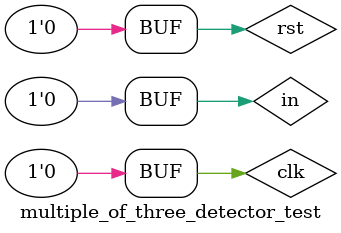
<source format=v>
`timescale 1ns / 1ps


module multiple_of_three_detector_test;

	// Inputs
	reg clk;
	reg rst;
	reg in;

	// Outputs
	wire out;

	// Instantiate the Unit Under Test (UUT)
	multiple_of_three_detector uut (
		.clk(clk), 
		.rst(rst), 
		.in(in), 
		.out(out)
	);

	initial begin
		// Initialize Inputs
		clk = 0;
		rst = 0;
		in = 0;

		// Wait 100 ns for global reset to finish
		#100;
		// Add stimulus here
		rst = 1;
		#20;
		rst = 0;
		#20;
		
		in = 0;
		clk = 1;
		#20;
		clk = 0;
		#20;
		
		in = 1;
		clk = 1;
		#20;
		clk = 0;
		#20;
		
		in = 0;
		clk = 1;
		#20;
		clk = 0;
		#20;
		
		in = 1;
		clk = 1;
		#20;
		clk = 0;
		#20;
		
		in = 1;
		clk = 1;
		#20;
		clk = 0;
		#20;
		
		in = 1;
		clk = 1;
		#20;
		clk = 0;
		#20;
		
		in = 1;
		clk = 1;
		#20;
		clk = 0;
		#20;
		
		in = 1;
		clk = 1;
		#20;
		clk = 0;
		#20;
		
		in = 0;
		clk = 1;
		#20;
		clk = 0;
		#20;
		
		in = 1;
		clk = 1;
		#20;
		clk = 0;
		#20;
		
		in = 0;
		clk = 1;
		#20;
		clk = 0;
		#20;
		
		in = 0;
		clk = 1;
		#20;
		clk = 0;
		#20;
		
		in = 0;
		clk = 1;
		#20;
		clk = 0;
		#20;
		
		in = 1;
		clk = 1;
		#20;
		clk = 0;
		#20;
		
		in = 1;
		clk = 1;
		#20;
		clk = 0;
		#20;
		
		in = 0;
		clk = 1;
		#20;
		clk = 0;
		#20;
		
		in = 0;
		clk = 1;
		#20;
		clk = 0;
		#100;
		
	end
      
endmodule


</source>
